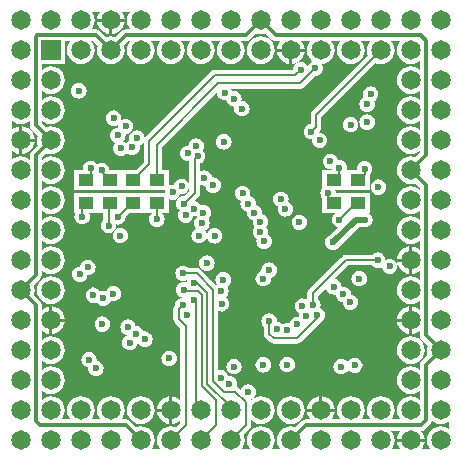
<source format=gbl>
G04 Layer_Physical_Order=4*
G04 Layer_Color=16711680*
%FSLAX44Y44*%
%MOMM*%
G71*
G01*
G75*
%ADD10R,1.3000X1.0000*%
%ADD16C,0.5000*%
%ADD17C,0.2000*%
%ADD18C,0.3000*%
%ADD19C,1.6510*%
%ADD20R,1.6510X1.6510*%
%ADD21C,0.6000*%
G36*
X-170098Y88800D02*
X-169710Y86849D01*
X-168605Y85195D01*
X-163509Y80099D01*
X-163852Y79269D01*
X-164256Y76200D01*
X-163852Y73131D01*
X-163508Y72301D01*
X-168605Y67205D01*
X-169710Y65551D01*
X-170098Y63600D01*
Y59707D01*
X-171872Y61068D01*
X-174731Y62252D01*
X-177800Y62656D01*
X-180869Y62252D01*
X-183728Y61068D01*
X-185000Y60092D01*
Y66908D01*
X-183728Y65932D01*
X-180869Y64748D01*
X-179050Y64508D01*
Y76200D01*
Y87892D01*
X-180869Y87652D01*
X-183728Y86468D01*
X-185000Y85492D01*
Y92308D01*
X-183728Y91332D01*
X-180869Y90148D01*
X-177800Y89744D01*
X-174731Y90148D01*
X-171872Y91332D01*
X-170098Y92693D01*
Y88800D01*
D02*
G37*
G36*
X22331Y166348D02*
X25400Y165944D01*
X28469Y166348D01*
X29299Y166691D01*
X34595Y161395D01*
X36249Y160290D01*
X38200Y159902D01*
X41740D01*
X40532Y158328D01*
X39348Y155469D01*
X39108Y153650D01*
X62492D01*
X62252Y155469D01*
X61068Y158328D01*
X59861Y159902D01*
X67140D01*
X65932Y158328D01*
X64748Y155469D01*
X64344Y152400D01*
X64748Y149331D01*
X65932Y146472D01*
X67816Y144016D01*
X69091Y143038D01*
X68222Y142678D01*
X66864Y141636D01*
X65822Y140278D01*
X65168Y138698D01*
X64928Y139278D01*
X63886Y140636D01*
X62528Y141678D01*
X60947Y142333D01*
X59250Y142556D01*
X57553Y142333D01*
X55972Y141678D01*
X54614Y140636D01*
X53572Y139278D01*
X52917Y137697D01*
X52694Y136000D01*
X52702Y135940D01*
X52600Y135838D01*
X-13250D01*
X-15006Y135489D01*
X-16494Y134494D01*
X-72244Y78744D01*
X-72993Y77623D01*
X-72944Y78000D01*
X-73167Y79697D01*
X-73822Y81278D01*
X-74864Y82636D01*
X-76222Y83678D01*
X-77803Y84333D01*
X-79500Y84556D01*
X-81197Y84333D01*
X-82778Y83678D01*
X-84136Y82636D01*
X-85178Y81278D01*
X-85833Y79697D01*
X-86056Y78000D01*
X-85835Y76318D01*
X-86778Y75928D01*
X-88136Y74886D01*
X-88796Y74025D01*
X-89972Y74928D01*
X-91132Y75408D01*
X-90864Y75614D01*
X-89822Y76972D01*
X-89167Y78553D01*
X-88944Y80250D01*
X-89103Y81458D01*
X-89000Y81444D01*
X-87303Y81667D01*
X-85722Y82322D01*
X-84364Y83364D01*
X-83322Y84722D01*
X-82667Y86303D01*
X-82444Y88000D01*
X-82667Y89697D01*
X-83322Y91278D01*
X-84364Y92636D01*
X-85722Y93678D01*
X-87303Y94333D01*
X-89000Y94556D01*
X-90697Y94333D01*
X-92278Y93678D01*
X-92988Y93133D01*
X-92917Y93303D01*
X-92694Y95000D01*
X-92917Y96697D01*
X-93572Y98278D01*
X-94614Y99636D01*
X-95972Y100678D01*
X-97553Y101333D01*
X-99250Y101556D01*
X-100947Y101333D01*
X-102528Y100678D01*
X-103886Y99636D01*
X-104928Y98278D01*
X-105583Y96697D01*
X-105806Y95000D01*
X-105583Y93303D01*
X-104928Y91722D01*
X-103886Y90364D01*
X-102528Y89322D01*
X-100947Y88667D01*
X-99250Y88444D01*
X-97553Y88667D01*
X-95972Y89322D01*
X-95262Y89867D01*
X-95333Y89697D01*
X-95556Y88000D01*
X-95397Y86792D01*
X-95500Y86806D01*
X-97197Y86583D01*
X-98778Y85928D01*
X-100136Y84886D01*
X-101178Y83528D01*
X-101833Y81947D01*
X-102056Y80250D01*
X-101833Y78553D01*
X-101178Y76972D01*
X-100136Y75614D01*
X-98778Y74572D01*
X-97618Y74092D01*
X-97886Y73886D01*
X-98928Y72528D01*
X-99583Y70947D01*
X-99806Y69250D01*
X-99583Y67553D01*
X-98928Y65972D01*
X-97886Y64614D01*
X-96528Y63572D01*
X-94947Y62917D01*
X-93250Y62694D01*
X-91553Y62917D01*
X-89972Y63572D01*
X-88614Y64614D01*
X-87954Y65475D01*
X-86778Y64572D01*
X-85197Y63917D01*
X-83500Y63694D01*
X-81803Y63917D01*
X-80222Y64572D01*
X-78864Y65614D01*
X-77822Y66972D01*
X-77167Y68553D01*
X-76944Y70250D01*
X-77165Y71932D01*
X-76222Y72322D01*
X-74864Y73364D01*
X-73822Y74722D01*
X-73588Y75287D01*
Y57651D01*
X-80489Y50750D01*
X-102694D01*
X-102917Y52447D01*
X-103572Y54028D01*
X-104614Y55386D01*
X-105972Y56428D01*
X-107553Y57083D01*
X-109250Y57306D01*
X-110947Y57083D01*
X-112528Y56428D01*
X-113027Y56045D01*
X-113864Y57136D01*
X-115222Y58178D01*
X-116803Y58833D01*
X-118500Y59056D01*
X-120197Y58833D01*
X-121778Y58178D01*
X-123136Y57136D01*
X-124178Y55778D01*
X-124832Y54197D01*
X-125056Y52500D01*
X-124832Y50803D01*
X-124810Y50750D01*
X-132500D01*
Y33750D01*
X-55609D01*
X-55806Y32250D01*
X-55674Y31250D01*
X-132500D01*
Y14250D01*
X-131646D01*
X-132083Y13197D01*
X-132306Y11500D01*
X-132083Y9803D01*
X-131428Y8222D01*
X-130386Y6864D01*
X-129028Y5822D01*
X-127447Y5167D01*
X-125750Y4944D01*
X-124053Y5167D01*
X-122472Y5822D01*
X-121114Y6864D01*
X-120072Y8222D01*
X-119417Y9803D01*
X-119194Y11500D01*
X-119417Y13197D01*
X-119854Y14250D01*
X-108088D01*
Y8672D01*
X-108136Y8636D01*
X-109178Y7278D01*
X-109833Y5697D01*
X-110056Y4000D01*
X-109833Y2303D01*
X-109178Y722D01*
X-108136Y-636D01*
X-106778Y-1678D01*
X-105197Y-2333D01*
X-103500Y-2556D01*
X-101803Y-2333D01*
X-100222Y-1678D01*
X-98864Y-636D01*
X-97822Y722D01*
X-97167Y2303D01*
X-96944Y4000D01*
X-97063Y4900D01*
X-95500Y4694D01*
X-93803Y4917D01*
X-92222Y5572D01*
X-90864Y6614D01*
X-89822Y7972D01*
X-89167Y9553D01*
X-88944Y11250D01*
X-88952Y11310D01*
X-86011Y14250D01*
X-67088D01*
Y13922D01*
X-67136Y13886D01*
X-68178Y12528D01*
X-68833Y10947D01*
X-69056Y9250D01*
X-68833Y7553D01*
X-68178Y5972D01*
X-67136Y4614D01*
X-65778Y3572D01*
X-64197Y2917D01*
X-62500Y2694D01*
X-60803Y2917D01*
X-59222Y3572D01*
X-57864Y4614D01*
X-56822Y5972D01*
X-56167Y7553D01*
X-55944Y9250D01*
X-56167Y10947D01*
X-56822Y12528D01*
X-57864Y13886D01*
X-57912Y13922D01*
Y14250D01*
X-52500D01*
Y26561D01*
X-50947Y25917D01*
X-49250Y25694D01*
X-47553Y25917D01*
X-45972Y26572D01*
X-44614Y27614D01*
X-43572Y28972D01*
X-42917Y30553D01*
X-42875Y30875D01*
X-41500Y30694D01*
X-39803Y30917D01*
X-38222Y31572D01*
X-36864Y32614D01*
X-35822Y33972D01*
X-35167Y35553D01*
X-35088Y36154D01*
Y33400D01*
X-39690Y28798D01*
X-39750Y28806D01*
X-41447Y28583D01*
X-43028Y27928D01*
X-44386Y26886D01*
X-45428Y25528D01*
X-46083Y23947D01*
X-46306Y22250D01*
X-46083Y20553D01*
X-45428Y18972D01*
X-44386Y17614D01*
X-43331Y16805D01*
X-43928Y16028D01*
X-44583Y14447D01*
X-44806Y12750D01*
X-44583Y11053D01*
X-43928Y9472D01*
X-42886Y8114D01*
X-41528Y7072D01*
X-39947Y6417D01*
X-38250Y6194D01*
X-36553Y6417D01*
X-34972Y7072D01*
X-33614Y8114D01*
X-32572Y9472D01*
X-31917Y11053D01*
X-31827Y11737D01*
X-31500Y11694D01*
X-29803Y11917D01*
X-29125Y12198D01*
X-28928Y11722D01*
X-28480Y11139D01*
X-29136Y10636D01*
X-30178Y9278D01*
X-30833Y7697D01*
X-31056Y6000D01*
X-30833Y4303D01*
X-30178Y2722D01*
X-29242Y1503D01*
X-30028Y1178D01*
X-31386Y136D01*
X-32428Y-1222D01*
X-33083Y-2803D01*
X-33306Y-4500D01*
X-33083Y-6197D01*
X-32428Y-7778D01*
X-31386Y-9136D01*
X-30028Y-10178D01*
X-28447Y-10833D01*
X-26750Y-11056D01*
X-25053Y-10833D01*
X-23472Y-10178D01*
X-22114Y-9136D01*
X-21072Y-7778D01*
X-20417Y-6197D01*
X-20266Y-5051D01*
X-20083Y-6447D01*
X-19428Y-8028D01*
X-18386Y-9386D01*
X-17028Y-10428D01*
X-15447Y-11083D01*
X-13750Y-11306D01*
X-12053Y-11083D01*
X-10472Y-10428D01*
X-9114Y-9386D01*
X-8072Y-8028D01*
X-7417Y-6447D01*
X-7194Y-4750D01*
X-7417Y-3053D01*
X-8072Y-1472D01*
X-9114Y-114D01*
X-10472Y928D01*
X-12053Y1583D01*
X-13750Y1806D01*
X-15447Y1583D01*
X-17028Y928D01*
X-18386Y-114D01*
X-19428Y-1472D01*
X-20083Y-3053D01*
X-20234Y-4199D01*
X-20417Y-2803D01*
X-21072Y-1222D01*
X-22008Y-3D01*
X-21222Y322D01*
X-19864Y1364D01*
X-18822Y2722D01*
X-18167Y4303D01*
X-17944Y6000D01*
X-18167Y7697D01*
X-18822Y9278D01*
X-19270Y9861D01*
X-18614Y10364D01*
X-17572Y11722D01*
X-16917Y13303D01*
X-16694Y15000D01*
X-16917Y16697D01*
X-17572Y18278D01*
X-18614Y19636D01*
X-19972Y20678D01*
X-21553Y21333D01*
X-23250Y21556D01*
X-24947Y21333D01*
X-25625Y21052D01*
X-25822Y21528D01*
X-26864Y22886D01*
X-28222Y23928D01*
X-29803Y24583D01*
X-30798Y24714D01*
X-27256Y28256D01*
X-26261Y29744D01*
X-25912Y31500D01*
Y38675D01*
X-25778Y38572D01*
X-24197Y37917D01*
X-22500Y37694D01*
X-21500Y37826D01*
X-21333Y36553D01*
X-20678Y34972D01*
X-19636Y33614D01*
X-18278Y32572D01*
X-16697Y31917D01*
X-15000Y31694D01*
X-13303Y31917D01*
X-11722Y32572D01*
X-10364Y33614D01*
X-9322Y34972D01*
X-8667Y36553D01*
X-8444Y38250D01*
X-8667Y39947D01*
X-9322Y41528D01*
X-10364Y42886D01*
X-11722Y43928D01*
X-13303Y44583D01*
X-15000Y44806D01*
X-16000Y44675D01*
X-16167Y45947D01*
X-16822Y47528D01*
X-17864Y48886D01*
X-19222Y49928D01*
X-20803Y50583D01*
X-22500Y50806D01*
X-24197Y50583D01*
X-25778Y49928D01*
X-25912Y49825D01*
Y56579D01*
X-24722Y57072D01*
X-23364Y58114D01*
X-22322Y59472D01*
X-21667Y61053D01*
X-21444Y62750D01*
X-21667Y64447D01*
X-22322Y66028D01*
X-23364Y67386D01*
X-23778Y67704D01*
X-23572Y67972D01*
X-22917Y69553D01*
X-22694Y71250D01*
X-22917Y72947D01*
X-23572Y74528D01*
X-24614Y75886D01*
X-25972Y76928D01*
X-27553Y77583D01*
X-29250Y77806D01*
X-30947Y77583D01*
X-32528Y76928D01*
X-33886Y75886D01*
X-34928Y74528D01*
X-35583Y72947D01*
X-35778Y71461D01*
X-36500Y71556D01*
X-38197Y71333D01*
X-39778Y70678D01*
X-41136Y69636D01*
X-42178Y68278D01*
X-42833Y66697D01*
X-43056Y65000D01*
X-42833Y63303D01*
X-42178Y61722D01*
X-41136Y60364D01*
X-39778Y59322D01*
X-38197Y58667D01*
X-36500Y58444D01*
X-35088Y58630D01*
Y38345D01*
X-35167Y38947D01*
X-35822Y40528D01*
X-36864Y41886D01*
X-38222Y42928D01*
X-39803Y43583D01*
X-41500Y43806D01*
X-43197Y43583D01*
X-44778Y42928D01*
X-46136Y41886D01*
X-47178Y40528D01*
X-47833Y38947D01*
X-47875Y38625D01*
X-49250Y38806D01*
X-50947Y38583D01*
X-52500Y37939D01*
Y50750D01*
X-57912D01*
Y70600D01*
X-11775Y116736D01*
X-11806Y116500D01*
X-11583Y114803D01*
X-10928Y113222D01*
X-9886Y111864D01*
X-8528Y110822D01*
X-6947Y110167D01*
X-5250Y109944D01*
X-3662Y110153D01*
X-3583Y109553D01*
X-2928Y107972D01*
X-1886Y106614D01*
X-528Y105572D01*
X1053Y104917D01*
X2750Y104694D01*
X3190Y104752D01*
X3167Y104697D01*
X2944Y103000D01*
X3167Y101303D01*
X3822Y99722D01*
X4864Y98364D01*
X6222Y97322D01*
X7803Y96667D01*
X9500Y96444D01*
X11197Y96667D01*
X12778Y97322D01*
X14136Y98364D01*
X15178Y99722D01*
X15833Y101303D01*
X16056Y103000D01*
X15833Y104697D01*
X15178Y106278D01*
X14136Y107636D01*
X12778Y108678D01*
X11197Y109333D01*
X9500Y109556D01*
X9060Y109498D01*
X9083Y109553D01*
X9306Y111250D01*
X9083Y112947D01*
X8428Y114528D01*
X7386Y115886D01*
X6028Y116928D01*
X4447Y117583D01*
X2750Y117806D01*
X1162Y117597D01*
X1083Y118197D01*
X428Y119778D01*
X325Y119912D01*
X59000D01*
X60756Y120261D01*
X62244Y121256D01*
X71440Y130452D01*
X71500Y130444D01*
X73197Y130667D01*
X74778Y131322D01*
X76136Y132364D01*
X77178Y133722D01*
X77833Y135303D01*
X78056Y137000D01*
X77833Y138697D01*
X77178Y140278D01*
X76903Y140636D01*
X79269Y140948D01*
X82128Y142132D01*
X84584Y144016D01*
X86468Y146472D01*
X87652Y149331D01*
X88056Y152400D01*
X87652Y155469D01*
X86468Y158328D01*
X85260Y159902D01*
X92540D01*
X91332Y158328D01*
X90148Y155469D01*
X89744Y152400D01*
X90148Y149331D01*
X91332Y146472D01*
X93216Y144016D01*
X95672Y142132D01*
X98531Y140948D01*
X101600Y140544D01*
X104669Y140948D01*
X107528Y142132D01*
X109984Y144016D01*
X111868Y146472D01*
X113052Y149331D01*
X113456Y152400D01*
X113052Y155469D01*
X111868Y158328D01*
X110660Y159902D01*
X117940D01*
X116732Y158328D01*
X115548Y155469D01*
X115144Y152400D01*
X115548Y149331D01*
X116103Y147991D01*
X68906Y100795D01*
X67911Y99306D01*
X67562Y97550D01*
Y89965D01*
X66553Y89833D01*
X64972Y89178D01*
X63614Y88136D01*
X62572Y86778D01*
X61917Y85197D01*
X61694Y83500D01*
X61917Y81803D01*
X62572Y80222D01*
X63614Y78864D01*
X64972Y77822D01*
X66553Y77167D01*
X68250Y76944D01*
X68828Y77020D01*
X68694Y76000D01*
X68917Y74303D01*
X69572Y72722D01*
X70614Y71364D01*
X71972Y70322D01*
X73553Y69667D01*
X75250Y69444D01*
X76947Y69667D01*
X78528Y70322D01*
X79886Y71364D01*
X80928Y72722D01*
X81583Y74303D01*
X81806Y76000D01*
X81583Y77697D01*
X80928Y79278D01*
X79886Y80636D01*
X78528Y81678D01*
X76947Y82333D01*
X75250Y82556D01*
X74672Y82480D01*
X74806Y83500D01*
X74798Y83560D01*
X75395Y84156D01*
X76389Y85644D01*
X76738Y87400D01*
Y95650D01*
X122591Y141503D01*
X123931Y140948D01*
X127000Y140544D01*
X130069Y140948D01*
X132928Y142132D01*
X135384Y144016D01*
X137268Y146472D01*
X138452Y149331D01*
X138856Y152400D01*
X138452Y155469D01*
X137268Y158328D01*
X136060Y159902D01*
X143340D01*
X142132Y158328D01*
X140948Y155469D01*
X140544Y152400D01*
X140948Y149331D01*
X142132Y146472D01*
X144016Y144016D01*
X146472Y142132D01*
X149331Y140948D01*
X152400Y140544D01*
X155469Y140948D01*
X158328Y142132D01*
X160152Y143532D01*
Y135868D01*
X158328Y137268D01*
X155469Y138452D01*
X152400Y138856D01*
X149331Y138452D01*
X146472Y137268D01*
X144016Y135384D01*
X142132Y132928D01*
X140948Y130069D01*
X140544Y127000D01*
X140948Y123931D01*
X142132Y121072D01*
X144016Y118616D01*
X146472Y116732D01*
X149331Y115548D01*
X152400Y115144D01*
X155469Y115548D01*
X158328Y116732D01*
X160152Y118132D01*
Y110468D01*
X158328Y111868D01*
X155469Y113052D01*
X152400Y113456D01*
X149331Y113052D01*
X146472Y111868D01*
X144016Y109984D01*
X142132Y107528D01*
X140948Y104669D01*
X140544Y101600D01*
X140948Y98531D01*
X142132Y95672D01*
X144016Y93216D01*
X146472Y91332D01*
X149331Y90148D01*
X152400Y89744D01*
X155469Y90148D01*
X158328Y91332D01*
X160152Y92732D01*
Y85068D01*
X158328Y86468D01*
X155469Y87652D01*
X152400Y88056D01*
X149331Y87652D01*
X146472Y86468D01*
X144016Y84584D01*
X142132Y82128D01*
X140948Y79269D01*
X140544Y76200D01*
X140948Y73131D01*
X142132Y70272D01*
X144016Y67816D01*
X146472Y65932D01*
X149331Y64748D01*
X152400Y64344D01*
X155469Y64748D01*
X158328Y65932D01*
X160152Y67332D01*
Y65762D01*
X156299Y61908D01*
X155469Y62252D01*
X152400Y62656D01*
X149331Y62252D01*
X146472Y61068D01*
X144016Y59184D01*
X142132Y56728D01*
X140948Y53869D01*
X140544Y50800D01*
X140948Y47731D01*
X142132Y44872D01*
X144016Y42416D01*
X146472Y40532D01*
X149331Y39348D01*
X152400Y38944D01*
X155469Y39348D01*
X156299Y39691D01*
X160152Y35838D01*
Y34268D01*
X158328Y35668D01*
X155469Y36852D01*
X152400Y37256D01*
X149331Y36852D01*
X146472Y35668D01*
X144016Y33784D01*
X142132Y31328D01*
X140948Y28469D01*
X140544Y25400D01*
X140948Y22331D01*
X142132Y19472D01*
X144016Y17016D01*
X146472Y15132D01*
X149331Y13948D01*
X152400Y13544D01*
X155469Y13948D01*
X158328Y15132D01*
X160152Y16532D01*
Y8868D01*
X158328Y10268D01*
X155469Y11452D01*
X152400Y11856D01*
X149331Y11452D01*
X146472Y10268D01*
X144016Y8384D01*
X142132Y5928D01*
X140948Y3069D01*
X140544Y0D01*
X140948Y-3069D01*
X142132Y-5928D01*
X144016Y-8384D01*
X146472Y-10268D01*
X149331Y-11452D01*
X152400Y-11856D01*
X155469Y-11452D01*
X158328Y-10268D01*
X160152Y-8868D01*
Y-16532D01*
X158328Y-15132D01*
X155469Y-13948D01*
X153650Y-13708D01*
Y-25400D01*
Y-37092D01*
X155469Y-36852D01*
X158328Y-35668D01*
X160152Y-34268D01*
Y-41932D01*
X158328Y-40532D01*
X155469Y-39348D01*
X152400Y-38944D01*
X149331Y-39348D01*
X146472Y-40532D01*
X144016Y-42416D01*
X142132Y-44872D01*
X140948Y-47731D01*
X140544Y-50800D01*
X140948Y-53869D01*
X142132Y-56728D01*
X144016Y-59184D01*
X146472Y-61068D01*
X149331Y-62252D01*
X152400Y-62656D01*
X155469Y-62252D01*
X158328Y-61068D01*
X160152Y-59668D01*
Y-67332D01*
X158328Y-65932D01*
X155469Y-64748D01*
X153650Y-64508D01*
Y-76200D01*
Y-87892D01*
X155469Y-87652D01*
X158328Y-86468D01*
X160152Y-85068D01*
Y-89051D01*
X160540Y-91001D01*
X161645Y-92655D01*
X166691Y-97701D01*
X166348Y-98531D01*
X165944Y-101600D01*
X166348Y-104669D01*
X166691Y-105499D01*
X161395Y-110795D01*
X160290Y-112449D01*
X159902Y-114400D01*
Y-117940D01*
X158328Y-116732D01*
X155469Y-115548D01*
X152400Y-115144D01*
X149331Y-115548D01*
X146472Y-116732D01*
X144016Y-118616D01*
X142132Y-121072D01*
X140948Y-123931D01*
X140544Y-127000D01*
X140948Y-130069D01*
X142132Y-132928D01*
X144016Y-135384D01*
X146472Y-137268D01*
X149331Y-138452D01*
X152400Y-138856D01*
X155469Y-138452D01*
X158328Y-137268D01*
X159902Y-136060D01*
Y-143340D01*
X158328Y-142132D01*
X155469Y-140948D01*
X152400Y-140544D01*
X149331Y-140948D01*
X146472Y-142132D01*
X144016Y-144016D01*
X142132Y-146472D01*
X140948Y-149331D01*
X140544Y-152400D01*
X140948Y-155469D01*
X142132Y-158328D01*
X143340Y-159902D01*
X136060D01*
X137268Y-158328D01*
X138452Y-155469D01*
X138856Y-152400D01*
X138452Y-149331D01*
X137268Y-146472D01*
X135384Y-144016D01*
X132928Y-142132D01*
X130069Y-140948D01*
X127000Y-140544D01*
X123931Y-140948D01*
X121072Y-142132D01*
X118616Y-144016D01*
X116732Y-146472D01*
X115548Y-149331D01*
X115144Y-152400D01*
X115548Y-155469D01*
X116732Y-158328D01*
X117940Y-159902D01*
X110660D01*
X111868Y-158328D01*
X113052Y-155469D01*
X113456Y-152400D01*
X113052Y-149331D01*
X111868Y-146472D01*
X109984Y-144016D01*
X107528Y-142132D01*
X104669Y-140948D01*
X101600Y-140544D01*
X98531Y-140948D01*
X95672Y-142132D01*
X93216Y-144016D01*
X91332Y-146472D01*
X90148Y-149331D01*
X89744Y-152400D01*
X90148Y-155469D01*
X91332Y-158328D01*
X92540Y-159902D01*
X85260D01*
X86468Y-158328D01*
X87652Y-155469D01*
X87892Y-153650D01*
X64508D01*
X64748Y-155469D01*
X65932Y-158328D01*
X67140Y-159902D01*
X63600D01*
X61649Y-160290D01*
X59995Y-161395D01*
X54699Y-166691D01*
X53869Y-166348D01*
X50800Y-165944D01*
X47731Y-166348D01*
X44872Y-167532D01*
X42416Y-169416D01*
X40532Y-171872D01*
X39348Y-174731D01*
X38944Y-177800D01*
X39348Y-180869D01*
X40532Y-183728D01*
X41508Y-185000D01*
X34692D01*
X35668Y-183728D01*
X36852Y-180869D01*
X37256Y-177800D01*
X36852Y-174731D01*
X35668Y-171872D01*
X33784Y-169416D01*
X31328Y-167532D01*
X28469Y-166348D01*
X25400Y-165944D01*
X22331Y-166348D01*
X19472Y-167532D01*
X17016Y-169416D01*
X15132Y-171872D01*
X13948Y-174731D01*
X13544Y-177800D01*
X13948Y-180869D01*
X15132Y-183728D01*
X16108Y-185000D01*
X9292D01*
X10268Y-183728D01*
X11452Y-180869D01*
X11856Y-177800D01*
X11452Y-174731D01*
X10897Y-173391D01*
X15744Y-168544D01*
X16739Y-167056D01*
X17088Y-165300D01*
Y-160839D01*
X19472Y-162668D01*
X22331Y-163852D01*
X25400Y-164256D01*
X28469Y-163852D01*
X31328Y-162668D01*
X33784Y-160784D01*
X35668Y-158328D01*
X36852Y-155469D01*
X37256Y-152400D01*
X36852Y-149331D01*
X35668Y-146472D01*
X33784Y-144016D01*
X31328Y-142132D01*
X28469Y-140948D01*
X25400Y-140544D01*
X22331Y-140948D01*
X19472Y-142132D01*
X17016Y-144016D01*
X16799Y-144299D01*
X16739Y-143994D01*
X16309Y-143351D01*
X16447Y-143333D01*
X18028Y-142678D01*
X19386Y-141636D01*
X20428Y-140278D01*
X21083Y-138697D01*
X21306Y-137000D01*
X21083Y-135303D01*
X20428Y-133722D01*
X19386Y-132364D01*
X18028Y-131322D01*
X16447Y-130667D01*
X14750Y-130444D01*
X13053Y-130667D01*
X11472Y-131322D01*
X10114Y-132364D01*
X9072Y-133722D01*
X8454Y-135215D01*
X6994Y-133756D01*
X5506Y-132761D01*
X4708Y-132602D01*
X5083Y-131697D01*
X5306Y-130000D01*
X5083Y-128303D01*
X4428Y-126722D01*
X3386Y-125364D01*
X2028Y-124322D01*
X447Y-123667D01*
X-1250Y-123444D01*
X-2101Y-123556D01*
X-2167Y-123053D01*
X-2822Y-121472D01*
X-3864Y-120114D01*
X-5222Y-119072D01*
X-6803Y-118417D01*
X-8500Y-118194D01*
X-10197Y-118417D01*
X-10412Y-118506D01*
Y-68183D01*
X-9447Y-68583D01*
X-7750Y-68806D01*
X-6053Y-68583D01*
X-4472Y-67928D01*
X-3114Y-66886D01*
X-2072Y-65528D01*
X-1417Y-63947D01*
X-1194Y-62250D01*
X-1417Y-60553D01*
X-2072Y-58972D01*
X-3114Y-57614D01*
X-4390Y-56635D01*
X-3739Y-56136D01*
X-2697Y-54778D01*
X-2042Y-53197D01*
X-1819Y-51500D01*
X-2042Y-49803D01*
X-2697Y-48222D01*
X-3155Y-47626D01*
X-1864Y-46636D01*
X-822Y-45278D01*
X-167Y-43697D01*
X56Y-42000D01*
X-167Y-40303D01*
X-822Y-38722D01*
X-1864Y-37364D01*
X-3222Y-36322D01*
X-4803Y-35667D01*
X-6500Y-35444D01*
X-8197Y-35667D01*
X-9778Y-36322D01*
X-11136Y-37364D01*
X-12178Y-38722D01*
X-12833Y-40303D01*
X-13056Y-42000D01*
X-12833Y-43697D01*
X-12178Y-45278D01*
X-11720Y-45874D01*
X-12381Y-46381D01*
X-25506Y-33256D01*
X-26994Y-32261D01*
X-28750Y-31912D01*
X-35578D01*
X-35614Y-31864D01*
X-36972Y-30822D01*
X-38553Y-30167D01*
X-40250Y-29944D01*
X-41947Y-30167D01*
X-43528Y-30822D01*
X-44886Y-31864D01*
X-45928Y-33222D01*
X-46583Y-34803D01*
X-46806Y-36500D01*
X-46583Y-38197D01*
X-45928Y-39778D01*
X-44886Y-41136D01*
X-43528Y-42178D01*
X-41947Y-42833D01*
X-40250Y-43056D01*
X-38553Y-42833D01*
X-37220Y-42280D01*
X-37333Y-42553D01*
X-37556Y-44250D01*
X-37524Y-44490D01*
X-38303Y-44167D01*
X-40000Y-43944D01*
X-41697Y-44167D01*
X-43278Y-44822D01*
X-44636Y-45864D01*
X-45678Y-47222D01*
X-46333Y-48803D01*
X-46556Y-50500D01*
X-46333Y-52197D01*
X-45678Y-53778D01*
X-44636Y-55136D01*
X-43278Y-56178D01*
X-41697Y-56833D01*
X-40801Y-56951D01*
X-42447Y-57167D01*
X-44028Y-57822D01*
X-45386Y-58864D01*
X-46428Y-60222D01*
X-47083Y-61803D01*
X-47306Y-63500D01*
X-47295Y-63582D01*
X-48239Y-64994D01*
X-48588Y-66750D01*
Y-75000D01*
X-48239Y-76756D01*
X-47244Y-78244D01*
X-42588Y-82900D01*
Y-143884D01*
X-44872Y-142132D01*
X-47731Y-140948D01*
X-49550Y-140708D01*
Y-152400D01*
Y-164092D01*
X-47731Y-163852D01*
X-44872Y-162668D01*
X-42588Y-160916D01*
Y-163099D01*
X-46391Y-166903D01*
X-47731Y-166348D01*
X-50800Y-165944D01*
X-53869Y-166348D01*
X-56728Y-167532D01*
X-59184Y-169416D01*
X-61068Y-171872D01*
X-62252Y-174731D01*
X-62656Y-177800D01*
X-62252Y-180869D01*
X-61068Y-183728D01*
X-60092Y-185000D01*
X-66908D01*
X-65932Y-183728D01*
X-64748Y-180869D01*
X-64344Y-177800D01*
X-64748Y-174731D01*
X-65932Y-171872D01*
X-67816Y-169416D01*
X-70272Y-167532D01*
X-73131Y-166348D01*
X-76200Y-165944D01*
X-79269Y-166348D01*
X-80099Y-166692D01*
X-85146Y-161645D01*
X-86799Y-160540D01*
X-88750Y-160152D01*
X-92732D01*
X-91332Y-158328D01*
X-90148Y-155469D01*
X-89744Y-152400D01*
X-90148Y-149331D01*
X-91332Y-146472D01*
X-93216Y-144016D01*
X-95672Y-142132D01*
X-98531Y-140948D01*
X-101600Y-140544D01*
X-104669Y-140948D01*
X-107528Y-142132D01*
X-109984Y-144016D01*
X-111868Y-146472D01*
X-113052Y-149331D01*
X-113456Y-152400D01*
X-113052Y-155469D01*
X-111868Y-158328D01*
X-110469Y-160152D01*
X-118132D01*
X-116732Y-158328D01*
X-115548Y-155469D01*
X-115144Y-152400D01*
X-115548Y-149331D01*
X-116732Y-146472D01*
X-118616Y-144016D01*
X-121072Y-142132D01*
X-123931Y-140948D01*
X-127000Y-140544D01*
X-130069Y-140948D01*
X-132928Y-142132D01*
X-135384Y-144016D01*
X-137268Y-146472D01*
X-138452Y-149331D01*
X-138856Y-152400D01*
X-138452Y-155469D01*
X-137268Y-158328D01*
X-135869Y-160152D01*
X-143532D01*
X-142132Y-158328D01*
X-140948Y-155469D01*
X-140544Y-152400D01*
X-140948Y-149331D01*
X-142132Y-146472D01*
X-144016Y-144016D01*
X-146472Y-142132D01*
X-149331Y-140948D01*
X-152400Y-140544D01*
X-155469Y-140948D01*
X-158328Y-142132D01*
X-159902Y-143340D01*
Y-136060D01*
X-158328Y-137268D01*
X-155469Y-138452D01*
X-152400Y-138856D01*
X-149331Y-138452D01*
X-146472Y-137268D01*
X-144016Y-135384D01*
X-142132Y-132928D01*
X-140948Y-130069D01*
X-140544Y-127000D01*
X-140948Y-123931D01*
X-142132Y-121072D01*
X-144016Y-118616D01*
X-146472Y-116732D01*
X-149331Y-115548D01*
X-152400Y-115144D01*
X-155469Y-115548D01*
X-158328Y-116732D01*
X-159902Y-117940D01*
Y-110660D01*
X-158328Y-111868D01*
X-155469Y-113052D01*
X-152400Y-113456D01*
X-149331Y-113052D01*
X-146472Y-111868D01*
X-144016Y-109984D01*
X-142132Y-107528D01*
X-140948Y-104669D01*
X-140544Y-101600D01*
X-140948Y-98531D01*
X-142132Y-95672D01*
X-144016Y-93216D01*
X-146472Y-91332D01*
X-149331Y-90148D01*
X-152400Y-89744D01*
X-155469Y-90148D01*
X-158328Y-91332D01*
X-159902Y-92540D01*
Y-85260D01*
X-158328Y-86468D01*
X-155469Y-87652D01*
X-153650Y-87892D01*
Y-76200D01*
Y-64508D01*
X-155469Y-64748D01*
X-158328Y-65932D01*
X-159902Y-67140D01*
Y-63600D01*
X-160290Y-61649D01*
X-161395Y-59995D01*
X-166692Y-54699D01*
X-166348Y-53869D01*
X-165944Y-50800D01*
X-166348Y-47731D01*
X-166691Y-46901D01*
X-161395Y-41605D01*
X-160290Y-39951D01*
X-159902Y-38000D01*
Y-34460D01*
X-158328Y-35668D01*
X-155469Y-36852D01*
X-152400Y-37256D01*
X-149331Y-36852D01*
X-146472Y-35668D01*
X-144016Y-33784D01*
X-142132Y-31328D01*
X-140948Y-28469D01*
X-140544Y-25400D01*
X-140948Y-22331D01*
X-142132Y-19472D01*
X-144016Y-17016D01*
X-146472Y-15132D01*
X-149331Y-13948D01*
X-152400Y-13544D01*
X-155469Y-13948D01*
X-158328Y-15132D01*
X-159902Y-16340D01*
Y-9060D01*
X-158328Y-10268D01*
X-155469Y-11452D01*
X-152400Y-11856D01*
X-149331Y-11452D01*
X-146472Y-10268D01*
X-144016Y-8384D01*
X-142132Y-5928D01*
X-140948Y-3069D01*
X-140544Y0D01*
X-140948Y3069D01*
X-142132Y5928D01*
X-144016Y8384D01*
X-146472Y10268D01*
X-149331Y11452D01*
X-152400Y11856D01*
X-155469Y11452D01*
X-158328Y10268D01*
X-159902Y9060D01*
Y16340D01*
X-158328Y15132D01*
X-155469Y13948D01*
X-152400Y13544D01*
X-149331Y13948D01*
X-146472Y15132D01*
X-144016Y17016D01*
X-142132Y19472D01*
X-140948Y22331D01*
X-140544Y25400D01*
X-140948Y28469D01*
X-142132Y31328D01*
X-144016Y33784D01*
X-146472Y35668D01*
X-149331Y36852D01*
X-152400Y37256D01*
X-155469Y36852D01*
X-158328Y35668D01*
X-159902Y34460D01*
Y41740D01*
X-158328Y40532D01*
X-155469Y39348D01*
X-152400Y38944D01*
X-149331Y39348D01*
X-146472Y40532D01*
X-144016Y42416D01*
X-142132Y44872D01*
X-140948Y47731D01*
X-140544Y50800D01*
X-140948Y53869D01*
X-142132Y56728D01*
X-144016Y59184D01*
X-146472Y61068D01*
X-149331Y62252D01*
X-152400Y62656D01*
X-155469Y62252D01*
X-158328Y61068D01*
X-159902Y59860D01*
Y61488D01*
X-156299Y65092D01*
X-155469Y64748D01*
X-152400Y64344D01*
X-149331Y64748D01*
X-146472Y65932D01*
X-144016Y67816D01*
X-142132Y70272D01*
X-140948Y73131D01*
X-140544Y76200D01*
X-140948Y79269D01*
X-142132Y82128D01*
X-144016Y84584D01*
X-146472Y86468D01*
X-149331Y87652D01*
X-152400Y88056D01*
X-155469Y87652D01*
X-156299Y87308D01*
X-159902Y90911D01*
Y92540D01*
X-158328Y91332D01*
X-155469Y90148D01*
X-152400Y89744D01*
X-149331Y90148D01*
X-146472Y91332D01*
X-144016Y93216D01*
X-142132Y95672D01*
X-140948Y98531D01*
X-140544Y101600D01*
X-140948Y104669D01*
X-142132Y107528D01*
X-144016Y109984D01*
X-146472Y111868D01*
X-149331Y113052D01*
X-152400Y113456D01*
X-155469Y113052D01*
X-158328Y111868D01*
X-159902Y110660D01*
Y117940D01*
X-158328Y116732D01*
X-155469Y115548D01*
X-152400Y115144D01*
X-149331Y115548D01*
X-146472Y116732D01*
X-144016Y118616D01*
X-142132Y121072D01*
X-140948Y123931D01*
X-140544Y127000D01*
X-140948Y130069D01*
X-142132Y132928D01*
X-144016Y135384D01*
X-146472Y137268D01*
X-149331Y138452D01*
X-152400Y138856D01*
X-155469Y138452D01*
X-158328Y137268D01*
X-159902Y136060D01*
Y140645D01*
X-140645D01*
Y159902D01*
X-136060D01*
X-137268Y158328D01*
X-138452Y155469D01*
X-138856Y152400D01*
X-138452Y149331D01*
X-137268Y146472D01*
X-135384Y144016D01*
X-132928Y142132D01*
X-130069Y140948D01*
X-127000Y140544D01*
X-123931Y140948D01*
X-121072Y142132D01*
X-118616Y144016D01*
X-116732Y146472D01*
X-115548Y149331D01*
X-115144Y152400D01*
X-115548Y155469D01*
X-116732Y158328D01*
X-117940Y159902D01*
X-116312D01*
X-112709Y156299D01*
X-113052Y155469D01*
X-113456Y152400D01*
X-113052Y149331D01*
X-111868Y146472D01*
X-109984Y144016D01*
X-107528Y142132D01*
X-104669Y140948D01*
X-101600Y140544D01*
X-98531Y140948D01*
X-95672Y142132D01*
X-93216Y144016D01*
X-91332Y146472D01*
X-90148Y149331D01*
X-89744Y152400D01*
X-90148Y155469D01*
X-90492Y156299D01*
X-86889Y159902D01*
X-85260D01*
X-86468Y158328D01*
X-87652Y155469D01*
X-88056Y152400D01*
X-87652Y149331D01*
X-86468Y146472D01*
X-84584Y144016D01*
X-82128Y142132D01*
X-79269Y140948D01*
X-76200Y140544D01*
X-73131Y140948D01*
X-70272Y142132D01*
X-67816Y144016D01*
X-65932Y146472D01*
X-64748Y149331D01*
X-64344Y152400D01*
X-64748Y155469D01*
X-65932Y158328D01*
X-67140Y159902D01*
X-59861D01*
X-61068Y158328D01*
X-62252Y155469D01*
X-62656Y152400D01*
X-62252Y149331D01*
X-61068Y146472D01*
X-59184Y144016D01*
X-56728Y142132D01*
X-53869Y140948D01*
X-50800Y140544D01*
X-47731Y140948D01*
X-44872Y142132D01*
X-42416Y144016D01*
X-40532Y146472D01*
X-39348Y149331D01*
X-38944Y152400D01*
X-39348Y155469D01*
X-40532Y158328D01*
X-41740Y159902D01*
X-34460D01*
X-35668Y158328D01*
X-36852Y155469D01*
X-37256Y152400D01*
X-36852Y149331D01*
X-35668Y146472D01*
X-33784Y144016D01*
X-31328Y142132D01*
X-28469Y140948D01*
X-25400Y140544D01*
X-22331Y140948D01*
X-19472Y142132D01*
X-17016Y144016D01*
X-15132Y146472D01*
X-13948Y149331D01*
X-13544Y152400D01*
X-13948Y155469D01*
X-15132Y158328D01*
X-16339Y159902D01*
X-9061D01*
X-10268Y158328D01*
X-11452Y155469D01*
X-11856Y152400D01*
X-11452Y149331D01*
X-10268Y146472D01*
X-8384Y144016D01*
X-5928Y142132D01*
X-3069Y140948D01*
X0Y140544D01*
X3069Y140948D01*
X5928Y142132D01*
X8384Y144016D01*
X10268Y146472D01*
X11452Y149331D01*
X11856Y152400D01*
X11452Y155469D01*
X10268Y158328D01*
X9061Y159902D01*
X12600D01*
X14551Y160290D01*
X16205Y161395D01*
X21501Y166691D01*
X22331Y166348D01*
D02*
G37*
G36*
X-86468Y183728D02*
X-87652Y180869D01*
X-88056Y177800D01*
X-87652Y174731D01*
X-86468Y171872D01*
X-85107Y170098D01*
X-89000D01*
X-90951Y169710D01*
X-92605Y168605D01*
X-97701Y163508D01*
X-98531Y163852D01*
X-101600Y164256D01*
X-104669Y163852D01*
X-105499Y163508D01*
X-110595Y168605D01*
X-112249Y169710D01*
X-114200Y170098D01*
X-118093D01*
X-116732Y171872D01*
X-115548Y174731D01*
X-115144Y177800D01*
X-115548Y180869D01*
X-116732Y183728D01*
X-117708Y185000D01*
X-110892D01*
X-111868Y183728D01*
X-113052Y180869D01*
X-113292Y179050D01*
X-89908D01*
X-90148Y180869D01*
X-91332Y183728D01*
X-92308Y185000D01*
X-85492D01*
X-86468Y183728D01*
D02*
G37*
G36*
X171872Y-162668D02*
X174731Y-163852D01*
X177800Y-164256D01*
X180869Y-163852D01*
X183728Y-162668D01*
X185000Y-161692D01*
Y-168508D01*
X183728Y-167532D01*
X180869Y-166348D01*
X177800Y-165944D01*
X174731Y-166348D01*
X171872Y-167532D01*
X169416Y-169416D01*
X167532Y-171872D01*
X166348Y-174731D01*
X165944Y-177800D01*
X166348Y-180869D01*
X167532Y-183728D01*
X168508Y-185000D01*
X161692D01*
X162668Y-183728D01*
X163852Y-180869D01*
X164092Y-179050D01*
X140708D01*
X140948Y-180869D01*
X142132Y-183728D01*
X143108Y-185000D01*
X136292D01*
X137268Y-183728D01*
X138452Y-180869D01*
X138856Y-177800D01*
X138452Y-174731D01*
X137268Y-171872D01*
X135907Y-170098D01*
X143493D01*
X142132Y-171872D01*
X140948Y-174731D01*
X140708Y-176550D01*
X164092D01*
X163852Y-174731D01*
X162668Y-171872D01*
X161266Y-170045D01*
X162951Y-169710D01*
X164605Y-168605D01*
X168605Y-164605D01*
X169710Y-162951D01*
X169774Y-162627D01*
X170045Y-161266D01*
X171872Y-162668D01*
D02*
G37*
%LPC*%
G36*
X-176550Y87892D02*
Y77450D01*
X-166108D01*
X-166348Y79269D01*
X-167532Y82128D01*
X-169416Y84584D01*
X-171872Y86468D01*
X-174731Y87652D01*
X-176550Y87892D01*
D02*
G37*
G36*
X-166108Y74950D02*
X-176550D01*
Y64508D01*
X-174731Y64748D01*
X-171872Y65932D01*
X-169416Y67816D01*
X-167532Y70272D01*
X-166348Y73131D01*
X-166108Y74950D01*
D02*
G37*
G36*
X151150Y-77450D02*
X140708D01*
X140948Y-79269D01*
X142132Y-82128D01*
X144016Y-84584D01*
X146472Y-86468D01*
X149331Y-87652D01*
X151150Y-87892D01*
Y-77450D01*
D02*
G37*
G36*
X-140708D02*
X-151150D01*
Y-87892D01*
X-149331Y-87652D01*
X-146472Y-86468D01*
X-144016Y-84584D01*
X-142132Y-82128D01*
X-140948Y-79269D01*
X-140708Y-77450D01*
D02*
G37*
G36*
X152400Y-89744D02*
X149331Y-90148D01*
X146472Y-91332D01*
X144016Y-93216D01*
X142132Y-95672D01*
X140948Y-98531D01*
X140544Y-101600D01*
X140948Y-104669D01*
X142132Y-107528D01*
X144016Y-109984D01*
X146472Y-111868D01*
X149331Y-113052D01*
X152400Y-113456D01*
X155469Y-113052D01*
X158328Y-111868D01*
X160784Y-109984D01*
X162668Y-107528D01*
X163852Y-104669D01*
X164256Y-101600D01*
X163852Y-98531D01*
X162668Y-95672D01*
X160784Y-93216D01*
X158328Y-91332D01*
X155469Y-90148D01*
X152400Y-89744D01*
D02*
G37*
G36*
X105000Y-107944D02*
X103303Y-108167D01*
X101722Y-108822D01*
X100364Y-109864D01*
X99322Y-111222D01*
X99003Y-111994D01*
X98136Y-110864D01*
X96778Y-109822D01*
X95197Y-109167D01*
X93500Y-108944D01*
X91803Y-109167D01*
X90222Y-109822D01*
X88864Y-110864D01*
X87822Y-112222D01*
X87167Y-113803D01*
X86944Y-115500D01*
X87167Y-117197D01*
X87822Y-118778D01*
X88864Y-120136D01*
X90222Y-121178D01*
X91803Y-121833D01*
X93500Y-122056D01*
X95197Y-121833D01*
X96778Y-121178D01*
X98136Y-120136D01*
X99178Y-118778D01*
X99497Y-118006D01*
X100364Y-119136D01*
X101722Y-120178D01*
X103303Y-120833D01*
X105000Y-121056D01*
X106697Y-120833D01*
X108278Y-120178D01*
X109636Y-119136D01*
X110678Y-117778D01*
X111333Y-116197D01*
X111556Y-114500D01*
X111333Y-112803D01*
X110678Y-111222D01*
X109636Y-109864D01*
X108278Y-108822D01*
X106697Y-108167D01*
X105000Y-107944D01*
D02*
G37*
G36*
X-87000Y-75444D02*
X-88697Y-75667D01*
X-90278Y-76322D01*
X-91636Y-77364D01*
X-92678Y-78722D01*
X-93333Y-80303D01*
X-93556Y-82000D01*
X-93333Y-83697D01*
X-92678Y-85278D01*
X-91636Y-86636D01*
X-90278Y-87678D01*
X-88697Y-88333D01*
X-87000Y-88556D01*
X-86705Y-88517D01*
X-86662Y-88847D01*
X-87197Y-88917D01*
X-88778Y-89572D01*
X-90136Y-90614D01*
X-91178Y-91972D01*
X-91833Y-93553D01*
X-92056Y-95250D01*
X-91833Y-96947D01*
X-91178Y-98528D01*
X-90136Y-99886D01*
X-88778Y-100928D01*
X-87197Y-101583D01*
X-85500Y-101806D01*
X-83803Y-101583D01*
X-82222Y-100928D01*
X-80864Y-99886D01*
X-79822Y-98528D01*
X-79167Y-96947D01*
X-78944Y-95250D01*
X-79088Y-94153D01*
X-79002Y-94142D01*
X-78428Y-95528D01*
X-77386Y-96886D01*
X-76028Y-97928D01*
X-74447Y-98583D01*
X-72750Y-98806D01*
X-71053Y-98583D01*
X-69472Y-97928D01*
X-68114Y-96886D01*
X-67072Y-95528D01*
X-66417Y-93947D01*
X-66194Y-92250D01*
X-66417Y-90553D01*
X-67072Y-88972D01*
X-68114Y-87614D01*
X-69472Y-86572D01*
X-71053Y-85917D01*
X-72750Y-85694D01*
X-73998Y-85858D01*
X-74572Y-84472D01*
X-75614Y-83114D01*
X-76972Y-82072D01*
X-78553Y-81417D01*
X-80250Y-81194D01*
X-80545Y-81233D01*
X-80667Y-80303D01*
X-81322Y-78722D01*
X-82364Y-77364D01*
X-83722Y-76322D01*
X-85303Y-75667D01*
X-87000Y-75444D01*
D02*
G37*
G36*
X-152400Y-38944D02*
X-155469Y-39348D01*
X-158328Y-40532D01*
X-160784Y-42416D01*
X-162668Y-44872D01*
X-163852Y-47731D01*
X-164256Y-50800D01*
X-163852Y-53869D01*
X-162668Y-56728D01*
X-160784Y-59184D01*
X-158328Y-61068D01*
X-155469Y-62252D01*
X-152400Y-62656D01*
X-149331Y-62252D01*
X-146472Y-61068D01*
X-144016Y-59184D01*
X-142132Y-56728D01*
X-140948Y-53869D01*
X-140544Y-50800D01*
X-140948Y-47731D01*
X-142132Y-44872D01*
X-144016Y-42416D01*
X-146472Y-40532D01*
X-149331Y-39348D01*
X-152400Y-38944D01*
D02*
G37*
G36*
X-99500Y-47194D02*
X-101197Y-47417D01*
X-102778Y-48072D01*
X-104136Y-49114D01*
X-105178Y-50472D01*
X-105640Y-51588D01*
X-106053Y-51417D01*
X-107750Y-51194D01*
X-109447Y-51417D01*
X-110515Y-51860D01*
X-110572Y-51722D01*
X-111614Y-50364D01*
X-112972Y-49322D01*
X-114553Y-48667D01*
X-116250Y-48444D01*
X-117947Y-48667D01*
X-119528Y-49322D01*
X-120886Y-50364D01*
X-121928Y-51722D01*
X-122583Y-53303D01*
X-122806Y-55000D01*
X-122583Y-56697D01*
X-121928Y-58278D01*
X-120886Y-59636D01*
X-119528Y-60678D01*
X-117947Y-61333D01*
X-116250Y-61556D01*
X-114553Y-61333D01*
X-113485Y-60890D01*
X-113428Y-61028D01*
X-112386Y-62386D01*
X-111028Y-63428D01*
X-109447Y-64083D01*
X-107750Y-64306D01*
X-106053Y-64083D01*
X-104472Y-63428D01*
X-103114Y-62386D01*
X-102072Y-61028D01*
X-101610Y-59912D01*
X-101197Y-60083D01*
X-99500Y-60306D01*
X-97803Y-60083D01*
X-96222Y-59428D01*
X-94864Y-58386D01*
X-93822Y-57028D01*
X-93167Y-55447D01*
X-92944Y-53750D01*
X-93167Y-52053D01*
X-93822Y-50472D01*
X-94864Y-49114D01*
X-96222Y-48072D01*
X-97803Y-47417D01*
X-99500Y-47194D01*
D02*
G37*
G36*
X32500Y-27194D02*
X30803Y-27417D01*
X29222Y-28072D01*
X27864Y-29114D01*
X26822Y-30472D01*
X26167Y-32053D01*
X25944Y-33750D01*
X26060Y-34634D01*
X25803Y-34667D01*
X24222Y-35322D01*
X22864Y-36364D01*
X21822Y-37722D01*
X21167Y-39303D01*
X20944Y-41000D01*
X21167Y-42697D01*
X21822Y-44278D01*
X22864Y-45636D01*
X24222Y-46678D01*
X25803Y-47333D01*
X27500Y-47556D01*
X29197Y-47333D01*
X30778Y-46678D01*
X32136Y-45636D01*
X33178Y-44278D01*
X33833Y-42697D01*
X34056Y-41000D01*
X33940Y-40117D01*
X34197Y-40083D01*
X35778Y-39428D01*
X37136Y-38386D01*
X38178Y-37028D01*
X38833Y-35447D01*
X39056Y-33750D01*
X38833Y-32053D01*
X38178Y-30472D01*
X37136Y-29114D01*
X35778Y-28072D01*
X34197Y-27417D01*
X32500Y-27194D01*
D02*
G37*
G36*
X-108750Y-72944D02*
X-110447Y-73167D01*
X-112028Y-73822D01*
X-113386Y-74864D01*
X-114428Y-76222D01*
X-115083Y-77803D01*
X-115306Y-79500D01*
X-115083Y-81197D01*
X-114428Y-82778D01*
X-113386Y-84136D01*
X-112028Y-85178D01*
X-110447Y-85833D01*
X-108750Y-86056D01*
X-107053Y-85833D01*
X-105472Y-85178D01*
X-104114Y-84136D01*
X-103072Y-82778D01*
X-102417Y-81197D01*
X-102194Y-79500D01*
X-102417Y-77803D01*
X-103072Y-76222D01*
X-104114Y-74864D01*
X-105472Y-73822D01*
X-107053Y-73167D01*
X-108750Y-72944D01*
D02*
G37*
G36*
X-151150Y-64508D02*
Y-74950D01*
X-140708D01*
X-140948Y-73131D01*
X-142132Y-70272D01*
X-144016Y-67816D01*
X-146472Y-65932D01*
X-149331Y-64748D01*
X-151150Y-64508D01*
D02*
G37*
G36*
X151150D02*
X149331Y-64748D01*
X146472Y-65932D01*
X144016Y-67816D01*
X142132Y-70272D01*
X140948Y-73131D01*
X140708Y-74950D01*
X151150D01*
Y-64508D01*
D02*
G37*
G36*
X-52050Y-140708D02*
X-53869Y-140948D01*
X-56728Y-142132D01*
X-59184Y-144016D01*
X-61068Y-146472D01*
X-62252Y-149331D01*
X-62492Y-151150D01*
X-52050D01*
Y-140708D01*
D02*
G37*
G36*
X74950D02*
X73131Y-140948D01*
X70272Y-142132D01*
X67816Y-144016D01*
X65932Y-146472D01*
X64748Y-149331D01*
X64508Y-151150D01*
X74950D01*
Y-140708D01*
D02*
G37*
G36*
X-52050Y-153650D02*
X-62492D01*
X-62252Y-155469D01*
X-61068Y-158328D01*
X-59184Y-160784D01*
X-56728Y-162668D01*
X-53869Y-163852D01*
X-52050Y-164092D01*
Y-153650D01*
D02*
G37*
G36*
X-76200Y-140544D02*
X-79269Y-140948D01*
X-82128Y-142132D01*
X-84584Y-144016D01*
X-86468Y-146472D01*
X-87652Y-149331D01*
X-88056Y-152400D01*
X-87652Y-155469D01*
X-86468Y-158328D01*
X-84584Y-160784D01*
X-82128Y-162668D01*
X-79269Y-163852D01*
X-76200Y-164256D01*
X-73131Y-163852D01*
X-70272Y-162668D01*
X-67816Y-160784D01*
X-65932Y-158328D01*
X-64748Y-155469D01*
X-64344Y-152400D01*
X-64748Y-149331D01*
X-65932Y-146472D01*
X-67816Y-144016D01*
X-70272Y-142132D01*
X-73131Y-140948D01*
X-76200Y-140544D01*
D02*
G37*
G36*
X50800D02*
X47731Y-140948D01*
X44872Y-142132D01*
X42416Y-144016D01*
X40532Y-146472D01*
X39348Y-149331D01*
X38944Y-152400D01*
X39348Y-155469D01*
X40532Y-158328D01*
X42416Y-160784D01*
X44872Y-162668D01*
X47731Y-163852D01*
X50800Y-164256D01*
X53869Y-163852D01*
X56728Y-162668D01*
X59184Y-160784D01*
X61068Y-158328D01*
X62252Y-155469D01*
X62656Y-152400D01*
X62252Y-149331D01*
X61068Y-146472D01*
X59184Y-144016D01*
X56728Y-142132D01*
X53869Y-140948D01*
X50800Y-140544D01*
D02*
G37*
G36*
X77450Y-140708D02*
Y-151150D01*
X87892D01*
X87652Y-149331D01*
X86468Y-146472D01*
X84584Y-144016D01*
X82128Y-142132D01*
X79269Y-140948D01*
X77450Y-140708D01*
D02*
G37*
G36*
X47750Y-107194D02*
X46053Y-107417D01*
X44472Y-108072D01*
X43114Y-109114D01*
X42072Y-110472D01*
X41417Y-112053D01*
X41194Y-113750D01*
X41417Y-115447D01*
X42072Y-117028D01*
X43114Y-118386D01*
X44472Y-119428D01*
X46053Y-120083D01*
X47750Y-120306D01*
X49447Y-120083D01*
X51028Y-119428D01*
X52386Y-118386D01*
X53428Y-117028D01*
X54083Y-115447D01*
X54306Y-113750D01*
X54083Y-112053D01*
X53428Y-110472D01*
X52386Y-109114D01*
X51028Y-108072D01*
X49447Y-107417D01*
X47750Y-107194D01*
D02*
G37*
G36*
X-52250Y-101944D02*
X-53947Y-102167D01*
X-55528Y-102822D01*
X-56886Y-103864D01*
X-57928Y-105222D01*
X-58583Y-106803D01*
X-58806Y-108500D01*
X-58583Y-110197D01*
X-57928Y-111778D01*
X-56886Y-113136D01*
X-55528Y-114178D01*
X-53947Y-114833D01*
X-52250Y-115056D01*
X-50553Y-114833D01*
X-48972Y-114178D01*
X-47614Y-113136D01*
X-46572Y-111778D01*
X-45917Y-110197D01*
X-45694Y-108500D01*
X-45917Y-106803D01*
X-46572Y-105222D01*
X-47614Y-103864D01*
X-48972Y-102822D01*
X-50553Y-102167D01*
X-52250Y-101944D01*
D02*
G37*
G36*
X27500Y-107444D02*
X25803Y-107667D01*
X24222Y-108322D01*
X22864Y-109364D01*
X21822Y-110722D01*
X21167Y-112303D01*
X20944Y-114000D01*
X21167Y-115697D01*
X21822Y-117278D01*
X22864Y-118636D01*
X24222Y-119678D01*
X25803Y-120333D01*
X27500Y-120556D01*
X29197Y-120333D01*
X30778Y-119678D01*
X32136Y-118636D01*
X33178Y-117278D01*
X33833Y-115697D01*
X34056Y-114000D01*
X33833Y-112303D01*
X33178Y-110722D01*
X32136Y-109364D01*
X30778Y-108322D01*
X29197Y-107667D01*
X27500Y-107444D01*
D02*
G37*
G36*
X-120000Y-102944D02*
X-121697Y-103167D01*
X-123278Y-103822D01*
X-124636Y-104864D01*
X-125678Y-106222D01*
X-126333Y-107803D01*
X-126556Y-109500D01*
X-126333Y-111197D01*
X-125678Y-112778D01*
X-124636Y-114136D01*
X-123278Y-115178D01*
X-121697Y-115833D01*
X-120670Y-115968D01*
X-120806Y-117000D01*
X-120583Y-118697D01*
X-119928Y-120278D01*
X-118886Y-121636D01*
X-117528Y-122678D01*
X-115947Y-123333D01*
X-114250Y-123556D01*
X-112553Y-123333D01*
X-110972Y-122678D01*
X-109614Y-121636D01*
X-108572Y-120278D01*
X-107917Y-118697D01*
X-107694Y-117000D01*
X-107917Y-115303D01*
X-108572Y-113722D01*
X-109614Y-112364D01*
X-110972Y-111322D01*
X-112553Y-110667D01*
X-113580Y-110532D01*
X-113444Y-109500D01*
X-113667Y-107803D01*
X-114322Y-106222D01*
X-115364Y-104864D01*
X-116722Y-103822D01*
X-118303Y-103167D01*
X-120000Y-102944D01*
D02*
G37*
G36*
X2750Y-108944D02*
X1053Y-109167D01*
X-528Y-109822D01*
X-1886Y-110864D01*
X-2928Y-112222D01*
X-3583Y-113803D01*
X-3806Y-115500D01*
X-3583Y-117197D01*
X-2928Y-118778D01*
X-1886Y-120136D01*
X-528Y-121178D01*
X1053Y-121833D01*
X2750Y-122056D01*
X4447Y-121833D01*
X6028Y-121178D01*
X7386Y-120136D01*
X8428Y-118778D01*
X9083Y-117197D01*
X9306Y-115500D01*
X9083Y-113803D01*
X8428Y-112222D01*
X7386Y-110864D01*
X6028Y-109822D01*
X4447Y-109167D01*
X2750Y-108944D01*
D02*
G37*
G36*
X108750Y-34444D02*
X107053Y-34667D01*
X105472Y-35322D01*
X104114Y-36364D01*
X103072Y-37722D01*
X102417Y-39303D01*
X102194Y-41000D01*
X102417Y-42697D01*
X103072Y-44278D01*
X104114Y-45636D01*
X105472Y-46678D01*
X107053Y-47333D01*
X108750Y-47556D01*
X110447Y-47333D01*
X112028Y-46678D01*
X113386Y-45636D01*
X114428Y-44278D01*
X115083Y-42697D01*
X115306Y-41000D01*
X115083Y-39303D01*
X114428Y-37722D01*
X113386Y-36364D01*
X112028Y-35322D01*
X110447Y-34667D01*
X108750Y-34444D01*
D02*
G37*
G36*
X115500Y98056D02*
X113803Y97833D01*
X112222Y97178D01*
X110864Y96136D01*
X109822Y94778D01*
X109167Y93197D01*
X108944Y91500D01*
X109167Y89803D01*
X109822Y88222D01*
X110864Y86864D01*
X112222Y85822D01*
X113803Y85167D01*
X115500Y84944D01*
X117197Y85167D01*
X118778Y85822D01*
X120136Y86864D01*
X121178Y88222D01*
X121833Y89803D01*
X122056Y91500D01*
X121833Y93197D01*
X121178Y94778D01*
X120136Y96136D01*
X118778Y97178D01*
X117197Y97833D01*
X115500Y98056D01*
D02*
G37*
G36*
X118500Y121806D02*
X116803Y121583D01*
X115222Y120928D01*
X113864Y119886D01*
X112822Y118528D01*
X112167Y116947D01*
X111944Y115250D01*
X112167Y113553D01*
X112573Y112573D01*
X112222Y112428D01*
X110864Y111386D01*
X109822Y110028D01*
X109167Y108447D01*
X108944Y106750D01*
X109167Y105053D01*
X109822Y103472D01*
X110864Y102114D01*
X112222Y101072D01*
X113803Y100417D01*
X115500Y100194D01*
X117197Y100417D01*
X118778Y101072D01*
X120136Y102114D01*
X121178Y103472D01*
X121833Y105053D01*
X122056Y106750D01*
X121833Y108447D01*
X121427Y109427D01*
X121778Y109572D01*
X123136Y110614D01*
X124178Y111972D01*
X124833Y113553D01*
X125056Y115250D01*
X124833Y116947D01*
X124178Y118528D01*
X123136Y119886D01*
X121778Y120928D01*
X120197Y121583D01*
X118500Y121806D01*
D02*
G37*
G36*
X101600Y95906D02*
X99903Y95683D01*
X98322Y95028D01*
X96964Y93986D01*
X95922Y92628D01*
X95267Y91047D01*
X95044Y89350D01*
X95267Y87653D01*
X95922Y86072D01*
X96964Y84714D01*
X98322Y83672D01*
X99903Y83017D01*
X101600Y82794D01*
X103297Y83017D01*
X104878Y83672D01*
X106236Y84714D01*
X107277Y86072D01*
X107933Y87653D01*
X108156Y89350D01*
X107933Y91047D01*
X107277Y92628D01*
X106236Y93986D01*
X104878Y95028D01*
X103297Y95683D01*
X101600Y95906D01*
D02*
G37*
G36*
X-5750Y81306D02*
X-7447Y81083D01*
X-9028Y80428D01*
X-10386Y79386D01*
X-11428Y78028D01*
X-12083Y76447D01*
X-12306Y74750D01*
X-12083Y73053D01*
X-11428Y71472D01*
X-10386Y70114D01*
X-9028Y69072D01*
X-7447Y68417D01*
X-5750Y68194D01*
X-4053Y68417D01*
X-2472Y69072D01*
X-1114Y70114D01*
X-72Y71472D01*
X583Y73053D01*
X806Y74750D01*
X583Y76447D01*
X-72Y78028D01*
X-1114Y79386D01*
X-2472Y80428D01*
X-4053Y81083D01*
X-5750Y81306D01*
D02*
G37*
G36*
X-128500Y124556D02*
X-130197Y124333D01*
X-131778Y123678D01*
X-133136Y122636D01*
X-134178Y121278D01*
X-134833Y119697D01*
X-135056Y118000D01*
X-134833Y116303D01*
X-134178Y114722D01*
X-133136Y113364D01*
X-131778Y112322D01*
X-130197Y111667D01*
X-128500Y111444D01*
X-126803Y111667D01*
X-125222Y112322D01*
X-123864Y113364D01*
X-122822Y114722D01*
X-122167Y116303D01*
X-121944Y118000D01*
X-122167Y119697D01*
X-122822Y121278D01*
X-123864Y122636D01*
X-125222Y123678D01*
X-126803Y124333D01*
X-128500Y124556D01*
D02*
G37*
G36*
X62492Y151150D02*
X52050D01*
Y140708D01*
X53869Y140948D01*
X56728Y142132D01*
X59184Y144016D01*
X61068Y146472D01*
X62252Y149331D01*
X62492Y151150D01*
D02*
G37*
G36*
X25400Y164256D02*
X22331Y163852D01*
X19472Y162668D01*
X17016Y160784D01*
X15132Y158328D01*
X13948Y155469D01*
X13544Y152400D01*
X13948Y149331D01*
X15132Y146472D01*
X17016Y144016D01*
X19472Y142132D01*
X22331Y140948D01*
X25400Y140544D01*
X28469Y140948D01*
X31328Y142132D01*
X33784Y144016D01*
X35668Y146472D01*
X36852Y149331D01*
X37256Y152400D01*
X36852Y155469D01*
X35668Y158328D01*
X33784Y160784D01*
X31328Y162668D01*
X28469Y163852D01*
X25400Y164256D01*
D02*
G37*
G36*
X49550Y151150D02*
X39108D01*
X39348Y149331D01*
X40532Y146472D01*
X42416Y144016D01*
X44872Y142132D01*
X47731Y140948D01*
X49550Y140708D01*
Y151150D01*
D02*
G37*
G36*
X-121006Y-24945D02*
X-122703Y-25169D01*
X-124284Y-25824D01*
X-125642Y-26866D01*
X-126684Y-28224D01*
X-127339Y-29805D01*
X-127461Y-30732D01*
X-127750Y-30694D01*
X-129447Y-30917D01*
X-131028Y-31572D01*
X-132386Y-32614D01*
X-133428Y-33972D01*
X-134083Y-35553D01*
X-134306Y-37250D01*
X-134083Y-38947D01*
X-133428Y-40528D01*
X-132386Y-41886D01*
X-131028Y-42928D01*
X-129447Y-43583D01*
X-127750Y-43806D01*
X-126053Y-43583D01*
X-124472Y-42928D01*
X-123114Y-41886D01*
X-122072Y-40528D01*
X-121417Y-38947D01*
X-121295Y-38019D01*
X-121006Y-38058D01*
X-119309Y-37834D01*
X-117728Y-37179D01*
X-116370Y-36137D01*
X-115328Y-34780D01*
X-114673Y-33198D01*
X-114450Y-31502D01*
X-114673Y-29805D01*
X-115328Y-28224D01*
X-116370Y-26866D01*
X-117728Y-25824D01*
X-119309Y-25169D01*
X-121006Y-24945D01*
D02*
G37*
G36*
X151150Y-13708D02*
X149331Y-13948D01*
X146472Y-15132D01*
X144016Y-17016D01*
X142132Y-19472D01*
X140948Y-22331D01*
X140708Y-24150D01*
X151150D01*
Y-13708D01*
D02*
G37*
G36*
X-20250Y-21194D02*
X-21947Y-21417D01*
X-23528Y-22072D01*
X-24886Y-23114D01*
X-25928Y-24472D01*
X-26583Y-26053D01*
X-26806Y-27750D01*
X-26583Y-29447D01*
X-25928Y-31028D01*
X-24886Y-32386D01*
X-23528Y-33428D01*
X-21947Y-34083D01*
X-20250Y-34306D01*
X-18553Y-34083D01*
X-16972Y-33428D01*
X-15614Y-32386D01*
X-14572Y-31028D01*
X-13917Y-29447D01*
X-13694Y-27750D01*
X-13917Y-26053D01*
X-14572Y-24472D01*
X-15614Y-23114D01*
X-16972Y-22072D01*
X-18553Y-21417D01*
X-20250Y-21194D01*
D02*
G37*
G36*
X151150Y-26650D02*
X140708D01*
X140948Y-28469D01*
X142132Y-31328D01*
X144016Y-33784D01*
X146472Y-35668D01*
X149331Y-36852D01*
X151150Y-37092D01*
Y-26650D01*
D02*
G37*
G36*
X124500Y-18694D02*
X122803Y-18917D01*
X121222Y-19572D01*
X119864Y-20614D01*
X119828Y-20662D01*
X97610D01*
X95854Y-21011D01*
X94366Y-22006D01*
X66256Y-50116D01*
X65261Y-51604D01*
X64912Y-53360D01*
Y-58828D01*
X64864Y-58864D01*
X64695Y-59084D01*
X64028Y-58572D01*
X62447Y-57917D01*
X60750Y-57694D01*
X59053Y-57917D01*
X57472Y-58572D01*
X56114Y-59614D01*
X55072Y-60972D01*
X54417Y-62553D01*
X54194Y-64250D01*
X54417Y-65947D01*
X55072Y-67528D01*
X56114Y-68886D01*
X57472Y-69928D01*
X58125Y-70198D01*
X57667Y-71303D01*
X57444Y-73000D01*
X57491Y-73357D01*
X56250Y-73194D01*
X54553Y-73417D01*
X52972Y-74072D01*
X51614Y-75114D01*
X50572Y-76472D01*
X49917Y-78053D01*
X49861Y-78485D01*
X49697Y-78417D01*
X48000Y-78194D01*
X46303Y-78417D01*
X44722Y-79072D01*
X43897Y-79705D01*
X43636Y-79364D01*
X42278Y-78322D01*
X40697Y-77667D01*
X39000Y-77444D01*
X38998Y-77444D01*
X39056Y-77000D01*
X38833Y-75303D01*
X38178Y-73722D01*
X37136Y-72364D01*
X35778Y-71322D01*
X34197Y-70667D01*
X32500Y-70444D01*
X30803Y-70667D01*
X29222Y-71322D01*
X27864Y-72364D01*
X26822Y-73722D01*
X26167Y-75303D01*
X25944Y-77000D01*
X26167Y-78697D01*
X26822Y-80278D01*
X27864Y-81636D01*
X27912Y-81672D01*
Y-87500D01*
X28261Y-89256D01*
X29256Y-90744D01*
X33256Y-94744D01*
X34744Y-95739D01*
X36500Y-96088D01*
X56000D01*
X57756Y-95739D01*
X59244Y-94744D01*
X76494Y-77494D01*
X76550Y-77411D01*
X77886Y-76386D01*
X78928Y-75028D01*
X79583Y-73447D01*
X79806Y-71750D01*
X79583Y-70053D01*
X78928Y-68472D01*
X77886Y-67114D01*
X76528Y-66072D01*
X75625Y-65698D01*
X75833Y-65197D01*
X76056Y-63500D01*
X75833Y-61803D01*
X75178Y-60222D01*
X74136Y-58864D01*
X74088Y-58828D01*
Y-55261D01*
X80770Y-48579D01*
X80917Y-49697D01*
X81572Y-51278D01*
X82614Y-52636D01*
X83972Y-53678D01*
X85553Y-54333D01*
X87250Y-54556D01*
X88709Y-54364D01*
X88917Y-55947D01*
X89572Y-57528D01*
X90614Y-58886D01*
X91972Y-59928D01*
X93553Y-60583D01*
X94728Y-60737D01*
X94694Y-61000D01*
X94917Y-62697D01*
X95572Y-64278D01*
X96614Y-65636D01*
X97972Y-66678D01*
X99553Y-67333D01*
X101250Y-67556D01*
X102947Y-67333D01*
X104528Y-66678D01*
X105886Y-65636D01*
X106928Y-64278D01*
X107583Y-62697D01*
X107806Y-61000D01*
X107583Y-59303D01*
X106928Y-57722D01*
X105886Y-56364D01*
X104528Y-55322D01*
X102947Y-54667D01*
X101771Y-54513D01*
X101806Y-54250D01*
X101583Y-52553D01*
X100928Y-50972D01*
X99886Y-49614D01*
X98528Y-48572D01*
X96947Y-47917D01*
X95250Y-47694D01*
X93791Y-47886D01*
X93583Y-46303D01*
X92928Y-44722D01*
X91886Y-43364D01*
X90528Y-42322D01*
X88947Y-41667D01*
X87829Y-41520D01*
X99511Y-29838D01*
X119828D01*
X119864Y-29886D01*
X121222Y-30928D01*
X122803Y-31583D01*
X124500Y-31806D01*
X126197Y-31583D01*
X127778Y-30928D01*
X127980Y-30773D01*
X128167Y-32197D01*
X128822Y-33778D01*
X129864Y-35136D01*
X131222Y-36178D01*
X132803Y-36833D01*
X134500Y-37056D01*
X136197Y-36833D01*
X137778Y-36178D01*
X139136Y-35136D01*
X140178Y-33778D01*
X140833Y-32197D01*
X141056Y-30500D01*
X140833Y-28803D01*
X140178Y-27222D01*
X139136Y-25864D01*
X137778Y-24822D01*
X136197Y-24167D01*
X134500Y-23944D01*
X132803Y-24167D01*
X131222Y-24822D01*
X131020Y-24977D01*
X130833Y-23553D01*
X130178Y-21972D01*
X129136Y-20614D01*
X127778Y-19572D01*
X126197Y-18917D01*
X124500Y-18694D01*
D02*
G37*
G36*
X10000Y37806D02*
X8303Y37583D01*
X6722Y36928D01*
X5364Y35886D01*
X4322Y34528D01*
X3667Y32947D01*
X3444Y31250D01*
X3667Y29553D01*
X4322Y27972D01*
X5364Y26614D01*
X6722Y25572D01*
X8303Y24917D01*
X8793Y24853D01*
X8417Y23947D01*
X8194Y22250D01*
X8417Y20553D01*
X9072Y18972D01*
X10114Y17614D01*
X11472Y16572D01*
X13053Y15917D01*
X13557Y15851D01*
X13445Y15001D01*
X13668Y13304D01*
X14323Y11723D01*
X15365Y10365D01*
X16723Y9323D01*
X18304Y8668D01*
X18625Y8626D01*
X18444Y7250D01*
X18667Y5553D01*
X19322Y3972D01*
X20068Y3000D01*
X19322Y2028D01*
X18667Y447D01*
X18444Y-1250D01*
X18667Y-2947D01*
X19322Y-4528D01*
X20364Y-5886D01*
X21722Y-6928D01*
X22198Y-7125D01*
X21917Y-7803D01*
X21694Y-9500D01*
X21917Y-11197D01*
X22572Y-12778D01*
X23614Y-14136D01*
X24972Y-15178D01*
X26553Y-15833D01*
X28250Y-16056D01*
X29947Y-15833D01*
X31528Y-15178D01*
X32886Y-14136D01*
X33928Y-12778D01*
X34583Y-11197D01*
X34806Y-9500D01*
X34583Y-7803D01*
X33928Y-6222D01*
X32886Y-4864D01*
X31528Y-3822D01*
X31052Y-3625D01*
X31333Y-2947D01*
X31556Y-1250D01*
X31333Y447D01*
X30678Y2028D01*
X29932Y3000D01*
X30678Y3972D01*
X31333Y5553D01*
X31556Y7250D01*
X31333Y8947D01*
X30678Y10528D01*
X29636Y11886D01*
X28278Y12928D01*
X26697Y13583D01*
X26376Y13625D01*
X26557Y15001D01*
X26334Y16698D01*
X25679Y18279D01*
X24637Y19637D01*
X23279Y20678D01*
X21698Y21333D01*
X21194Y21400D01*
X21306Y22250D01*
X21083Y23947D01*
X20428Y25528D01*
X19386Y26886D01*
X18028Y27928D01*
X16447Y28583D01*
X15957Y28647D01*
X16333Y29553D01*
X16556Y31250D01*
X16333Y32947D01*
X15678Y34528D01*
X14636Y35886D01*
X13278Y36928D01*
X11697Y37583D01*
X10000Y37806D01*
D02*
G37*
G36*
X125000Y43056D02*
X123303Y42833D01*
X121722Y42178D01*
X120364Y41136D01*
X119322Y39778D01*
X118667Y38197D01*
X118444Y36500D01*
X118667Y34803D01*
X119322Y33222D01*
X120364Y31864D01*
X121722Y30822D01*
X123303Y30167D01*
X125000Y29944D01*
X126697Y30167D01*
X128278Y30822D01*
X129636Y31864D01*
X130678Y33222D01*
X131333Y34803D01*
X131556Y36500D01*
X131333Y38197D01*
X130678Y39778D01*
X129636Y41136D01*
X128278Y42178D01*
X126697Y42833D01*
X125000Y43056D01*
D02*
G37*
G36*
X84250Y64806D02*
X82553Y64583D01*
X80972Y63928D01*
X79614Y62886D01*
X78572Y61528D01*
X77917Y59947D01*
X77694Y58250D01*
X77917Y56553D01*
X78572Y54972D01*
X79614Y53614D01*
X80972Y52572D01*
X82553Y51918D01*
X84250Y51694D01*
X85560Y51867D01*
X85667Y51053D01*
X85793Y50750D01*
X77500D01*
Y35974D01*
X76744Y34989D01*
X76089Y33408D01*
X75865Y31711D01*
X76089Y30014D01*
X76744Y28433D01*
X77500Y27447D01*
Y14250D01*
X88165D01*
X87364Y13636D01*
X86322Y12278D01*
X85667Y10697D01*
X85444Y9000D01*
X85667Y7303D01*
X86322Y5722D01*
X87364Y4364D01*
X88722Y3322D01*
X90303Y2667D01*
X90712Y2614D01*
X83741Y-4357D01*
X83222Y-4572D01*
X81864Y-5614D01*
X80822Y-6972D01*
X80167Y-8553D01*
X79944Y-10250D01*
X80167Y-11947D01*
X80822Y-13528D01*
X81864Y-14886D01*
X83222Y-15928D01*
X84803Y-16583D01*
X86500Y-16806D01*
X88197Y-16583D01*
X89778Y-15928D01*
X91136Y-14886D01*
X92178Y-13528D01*
X92393Y-13009D01*
X108284Y2882D01*
X111284D01*
X111803Y2667D01*
X113500Y2444D01*
X115197Y2667D01*
X116778Y3322D01*
X118136Y4364D01*
X119178Y5722D01*
X119833Y7303D01*
X120056Y9000D01*
X119833Y10697D01*
X119178Y12278D01*
X118136Y13636D01*
X117336Y14250D01*
X117500D01*
Y31250D01*
X97500D01*
Y20989D01*
X97500Y20988D01*
Y31250D01*
X88917D01*
X88977Y31711D01*
X88754Y33408D01*
X88612Y33750D01*
X97500D01*
Y49240D01*
X97500Y49241D01*
Y33750D01*
X117500D01*
Y46302D01*
X117680Y47207D01*
X117886Y47364D01*
X118927Y48722D01*
X119583Y50303D01*
X119806Y52000D01*
X119583Y53697D01*
X118927Y55278D01*
X117886Y56636D01*
X116528Y57678D01*
X114947Y58333D01*
X113250Y58556D01*
X111553Y58333D01*
X109972Y57678D01*
X108614Y56636D01*
X107572Y55278D01*
X106917Y53697D01*
X106694Y52000D01*
X106858Y50750D01*
X98207D01*
X98333Y51053D01*
X98556Y52750D01*
X98333Y54447D01*
X97678Y56028D01*
X96636Y57386D01*
X95278Y58428D01*
X93697Y59083D01*
X92000Y59306D01*
X90690Y59134D01*
X90583Y59947D01*
X89928Y61528D01*
X88886Y62886D01*
X87528Y63928D01*
X85947Y64583D01*
X84250Y64806D01*
D02*
G37*
G36*
X42500Y32806D02*
X40803Y32583D01*
X39222Y31928D01*
X37864Y30886D01*
X36822Y29528D01*
X36167Y27947D01*
X35944Y26250D01*
X36167Y24553D01*
X36822Y22972D01*
X37864Y21614D01*
X39222Y20572D01*
X40125Y20198D01*
X39917Y19697D01*
X39694Y18000D01*
X39917Y16303D01*
X40572Y14722D01*
X41614Y13364D01*
X42972Y12322D01*
X44553Y11667D01*
X46250Y11444D01*
X47947Y11667D01*
X49528Y12322D01*
X50886Y13364D01*
X51928Y14722D01*
X52583Y16303D01*
X52806Y18000D01*
X52583Y19697D01*
X51928Y21278D01*
X50886Y22636D01*
X49528Y23678D01*
X48625Y24052D01*
X48833Y24553D01*
X49056Y26250D01*
X48833Y27947D01*
X48178Y29528D01*
X47136Y30886D01*
X45778Y31928D01*
X44197Y32583D01*
X42500Y32806D01*
D02*
G37*
G36*
X-93500Y2056D02*
X-95197Y1833D01*
X-96778Y1178D01*
X-98136Y136D01*
X-99178Y-1222D01*
X-99833Y-2803D01*
X-100056Y-4500D01*
X-99833Y-6197D01*
X-99178Y-7778D01*
X-98136Y-9136D01*
X-96778Y-10178D01*
X-95197Y-10833D01*
X-93500Y-11056D01*
X-91803Y-10833D01*
X-90222Y-10178D01*
X-88864Y-9136D01*
X-87822Y-7778D01*
X-87167Y-6197D01*
X-86944Y-4500D01*
X-87167Y-2803D01*
X-87822Y-1222D01*
X-88864Y136D01*
X-90222Y1178D01*
X-91803Y1833D01*
X-93500Y2056D01*
D02*
G37*
G36*
X58000Y13306D02*
X56303Y13083D01*
X54722Y12428D01*
X53364Y11386D01*
X52323Y10028D01*
X51667Y8447D01*
X51444Y6750D01*
X51667Y5053D01*
X52323Y3472D01*
X53364Y2114D01*
X54722Y1072D01*
X56303Y417D01*
X58000Y194D01*
X59697Y417D01*
X61278Y1072D01*
X62636Y2114D01*
X63678Y3472D01*
X64333Y5053D01*
X64556Y6750D01*
X64333Y8447D01*
X63678Y10028D01*
X62636Y11386D01*
X61278Y12428D01*
X59697Y13083D01*
X58000Y13306D01*
D02*
G37*
G36*
X-102850Y176550D02*
X-113292D01*
X-113052Y174731D01*
X-111868Y171872D01*
X-109984Y169416D01*
X-107528Y167532D01*
X-104669Y166348D01*
X-102850Y166108D01*
Y176550D01*
D02*
G37*
G36*
X-89908D02*
X-100350D01*
Y166108D01*
X-98531Y166348D01*
X-95672Y167532D01*
X-93216Y169416D01*
X-91332Y171872D01*
X-90148Y174731D01*
X-89908Y176550D01*
D02*
G37*
%LPD*%
D10*
X-122500Y42250D02*
D03*
Y22750D02*
D03*
X-102500Y42250D02*
D03*
Y22750D02*
D03*
X-82500Y42250D02*
D03*
Y22750D02*
D03*
X-62500D02*
D03*
Y42250D02*
D03*
X107500Y22750D02*
D03*
Y42250D02*
D03*
X87500Y22750D02*
D03*
Y42250D02*
D03*
D16*
X86500Y-10250D02*
X105750Y9000D01*
X113500D01*
D17*
X97610Y-25250D02*
X124500D01*
X69500Y-53360D02*
X97610Y-25250D01*
X69500Y-63500D02*
Y-53360D01*
X73250Y-74250D02*
Y-71750D01*
X56000Y-91500D02*
X73250Y-74250D01*
X36500Y-91500D02*
X56000D01*
X32500Y-87500D02*
X36500Y-91500D01*
X32500Y-87500D02*
Y-77000D01*
X-95500Y11250D02*
X-84000Y22750D01*
X-39750Y22250D02*
X-30500Y31500D01*
X-103500Y4000D02*
Y21750D01*
X54500Y131250D02*
X59250Y136000D01*
X59000Y124500D02*
X71500Y137000D01*
X-13250Y131250D02*
X54500D01*
X-69000Y75500D02*
X-13250Y131250D01*
X-69000Y55750D02*
Y75500D01*
X-82500Y42250D02*
X-69000Y55750D01*
X-10500Y124500D02*
X59000D01*
X-62500Y72500D02*
X-10500Y124500D01*
X-62500Y42250D02*
Y72500D01*
X72150Y87400D02*
Y97550D01*
X68250Y83500D02*
X72150Y87400D01*
Y97550D02*
X127000Y152400D01*
X-30500Y60250D02*
X-28000Y62750D01*
X-30500Y31500D02*
Y60250D01*
X-125750Y11500D02*
Y19500D01*
X-122500Y22750D01*
X-103500Y21750D02*
X-102500Y22750D01*
X-84000D02*
X-82500D01*
X-62500Y9250D02*
Y22750D01*
X82421Y27829D02*
X87500Y22750D01*
X92000Y9000D02*
Y10800D01*
X105750Y22750D02*
X107500D01*
X92000Y9000D02*
X105750Y22750D01*
X92000Y46751D02*
Y52750D01*
X87500Y42250D02*
X92000Y46751D01*
X107500Y42250D02*
X113250Y48000D01*
Y52000D01*
X-109250Y49001D02*
Y50750D01*
Y49001D02*
X-102500Y42250D01*
X-118500Y46250D02*
Y52500D01*
X-122500Y42250D02*
X-118500Y46250D01*
X82421Y27829D02*
Y31711D01*
X-50800Y-177800D02*
X-38000Y-165000D01*
X-25400Y-152400D02*
Y-148850D01*
X-44000Y-66750D02*
X-40750Y-63500D01*
X-29750Y-144500D02*
Y-60250D01*
X-31250Y-58750D02*
X-29750Y-60250D01*
X-40000Y-50500D02*
X-39000Y-51500D01*
X-28000D01*
X-24500Y-55000D01*
Y-132250D02*
Y-55000D01*
Y-132250D02*
X-12750Y-144000D01*
Y-165150D02*
Y-144000D01*
X-25400Y-177800D02*
X-12750Y-165150D01*
X-29750Y-144500D02*
X-25400Y-148850D01*
X-44000Y-75000D02*
Y-66750D01*
Y-75000D02*
X-38000Y-81000D01*
Y-165000D02*
Y-81000D01*
X-31000Y-44250D02*
X-28250D01*
X-19750Y-52750D01*
Y-129750D02*
Y-52750D01*
Y-129750D02*
X-0Y-149500D01*
Y-152400D02*
Y-149500D01*
X-40250Y-36500D02*
X-28750D01*
X-15000Y-50250D01*
Y-128000D02*
Y-50250D01*
Y-128000D02*
X-6000Y-137000D01*
X3750D01*
X12500Y-145750D01*
Y-165300D02*
Y-145750D01*
X-0Y-177800D02*
X12500Y-165300D01*
D18*
X-101600Y152400D02*
X-89000Y165000D01*
X12600D01*
X25400Y177800D01*
X50800Y-177800D02*
X63600Y-165000D01*
X161000D01*
X165000Y-161000D01*
Y-114400D01*
X177800Y-101600D01*
X165250Y-89051D02*
X177800Y-101600D01*
X165250Y-89051D02*
Y37950D01*
X152400Y50800D02*
X165250Y37950D01*
X152400Y50800D02*
X165250Y63650D01*
Y160500D01*
X25400Y177800D02*
X38200Y165000D01*
X-165000Y88800D02*
X-152400Y76200D01*
X-165000Y88800D02*
Y164000D01*
X-114200Y165000D02*
X-101600Y152400D01*
X-164000Y165000D02*
X-114200D01*
X-165000Y164000D02*
X-164000Y165000D01*
X-165000Y63600D02*
X-152400Y76200D01*
X-177800Y-50800D02*
X-165000Y-38000D01*
Y63600D01*
X-88750Y-165250D02*
X-76200Y-177800D01*
X-161250Y-165250D02*
X-88750D01*
X-165000Y-161500D02*
X-161250Y-165250D01*
X-165000Y-161500D02*
Y-63600D01*
X-177800Y-50800D02*
X-165000Y-63600D01*
X160750Y165000D02*
X165250Y160500D01*
X38200Y165000D02*
X160750D01*
D19*
X177800Y-177800D02*
D03*
Y-152400D02*
D03*
Y-127000D02*
D03*
Y-101600D02*
D03*
Y-76200D02*
D03*
Y-50800D02*
D03*
Y-25400D02*
D03*
Y0D02*
D03*
Y25400D02*
D03*
Y50800D02*
D03*
Y76200D02*
D03*
Y101600D02*
D03*
Y127000D02*
D03*
Y152400D02*
D03*
Y177800D02*
D03*
X152400Y-177800D02*
D03*
Y-127000D02*
D03*
Y-101600D02*
D03*
Y-76200D02*
D03*
Y-50800D02*
D03*
Y-25400D02*
D03*
Y0D02*
D03*
Y25400D02*
D03*
Y50800D02*
D03*
Y76200D02*
D03*
Y101600D02*
D03*
Y127000D02*
D03*
Y177800D02*
D03*
X127000Y-177800D02*
D03*
Y-152400D02*
D03*
Y152400D02*
D03*
Y177800D02*
D03*
X101600Y-177800D02*
D03*
Y-152400D02*
D03*
Y152400D02*
D03*
Y177800D02*
D03*
X76200Y-177800D02*
D03*
Y-152400D02*
D03*
Y152400D02*
D03*
Y177800D02*
D03*
X50800Y-177800D02*
D03*
Y-152400D02*
D03*
Y152400D02*
D03*
Y177800D02*
D03*
X25400Y-177800D02*
D03*
Y-152400D02*
D03*
Y152400D02*
D03*
Y177800D02*
D03*
X0Y-177800D02*
D03*
Y-152400D02*
D03*
Y152400D02*
D03*
Y177800D02*
D03*
X-25400Y-177800D02*
D03*
Y-152400D02*
D03*
Y152400D02*
D03*
Y177800D02*
D03*
X-50800Y-177800D02*
D03*
Y-152400D02*
D03*
Y152400D02*
D03*
Y177800D02*
D03*
X-76200Y-177800D02*
D03*
Y-152400D02*
D03*
Y152400D02*
D03*
Y177800D02*
D03*
X-101600Y-177800D02*
D03*
Y-152400D02*
D03*
Y152400D02*
D03*
Y177800D02*
D03*
X-127000Y-177800D02*
D03*
Y-152400D02*
D03*
Y152400D02*
D03*
Y177800D02*
D03*
X-152400Y-177800D02*
D03*
Y-127000D02*
D03*
Y-101600D02*
D03*
Y-76200D02*
D03*
Y-50800D02*
D03*
Y-25400D02*
D03*
Y0D02*
D03*
Y25400D02*
D03*
Y50800D02*
D03*
Y76200D02*
D03*
Y101600D02*
D03*
Y127000D02*
D03*
Y177800D02*
D03*
X-177800Y-177800D02*
D03*
Y-152400D02*
D03*
Y-127000D02*
D03*
Y-101600D02*
D03*
Y-76200D02*
D03*
Y-50800D02*
D03*
Y-25400D02*
D03*
Y0D02*
D03*
Y25400D02*
D03*
Y50800D02*
D03*
Y76200D02*
D03*
Y101600D02*
D03*
Y127000D02*
D03*
Y152400D02*
D03*
Y177800D02*
D03*
X-152400Y-152400D02*
D03*
X152400D02*
D03*
Y152400D02*
D03*
D20*
X-152400D02*
D03*
D21*
X-7250Y-73750D02*
D03*
X92500Y-21000D02*
D03*
X120250Y-109250D02*
D03*
X118000Y-56250D02*
D03*
X77750Y-100500D02*
D03*
X124500Y-25250D02*
D03*
X69500Y-63500D02*
D03*
X125000Y36500D02*
D03*
X-80250Y-87750D02*
D03*
X-87000Y-82000D02*
D03*
X-95500Y11250D02*
D03*
X-39750Y22250D02*
D03*
X-99500Y-53750D02*
D03*
X-107750Y-57750D02*
D03*
X-116250Y-55000D02*
D03*
X-72750Y-92250D02*
D03*
X-128500Y118000D02*
D03*
X-108750Y-79500D02*
D03*
X59250Y136000D02*
D03*
X71500Y137000D02*
D03*
X75250Y76000D02*
D03*
X68250Y83500D02*
D03*
X84250Y58250D02*
D03*
X-28000Y62750D02*
D03*
X-23250Y15000D02*
D03*
X-41500Y37250D02*
D03*
X25000Y-1250D02*
D03*
X10000Y31250D02*
D03*
X-24500Y6000D02*
D03*
X-5750Y74750D02*
D03*
X9500Y103000D02*
D03*
X105000Y-114500D02*
D03*
X2750Y-115500D02*
D03*
X27500Y-114000D02*
D03*
X93500Y-115500D02*
D03*
X47750Y-113750D02*
D03*
X-1250Y-130000D02*
D03*
X-8500Y-124750D02*
D03*
X-31500Y18250D02*
D03*
X-38250Y12750D02*
D03*
X-83500Y70250D02*
D03*
X-79500Y78000D02*
D03*
X-93250Y69250D02*
D03*
X-49250Y32250D02*
D03*
X-95500Y80250D02*
D03*
X-89000Y88000D02*
D03*
X-99250Y95000D02*
D03*
X28250Y-9500D02*
D03*
X14750Y22250D02*
D03*
X42500Y26250D02*
D03*
X20001Y15001D02*
D03*
X25000Y7250D02*
D03*
X-20250Y-27750D02*
D03*
X-29250Y71250D02*
D03*
X-36500Y65000D02*
D03*
X-13750Y-4750D02*
D03*
X-127500Y106250D02*
D03*
X-55750Y108750D02*
D03*
X22750Y85000D02*
D03*
X65750Y96250D02*
D03*
X81500Y7500D02*
D03*
X-125750Y11500D02*
D03*
X-103500Y4000D02*
D03*
X-62500Y9250D02*
D03*
X92000Y9000D02*
D03*
X86500Y-10250D02*
D03*
X113500Y9000D02*
D03*
X58000Y6750D02*
D03*
X113250Y52000D02*
D03*
X92000Y52750D02*
D03*
X-118500Y52500D02*
D03*
X-109250Y50750D02*
D03*
X-116500Y65500D02*
D03*
X101600Y89350D02*
D03*
X-5250Y116500D02*
D03*
X2750Y111250D02*
D03*
X118500Y115250D02*
D03*
X-22500Y44250D02*
D03*
X82421Y31711D02*
D03*
X-15000Y38250D02*
D03*
X-6500Y-42000D02*
D03*
X39000Y-84000D02*
D03*
X-127750Y-37250D02*
D03*
X-121006Y-31502D02*
D03*
X-93500Y-4500D02*
D03*
X-26750D02*
D03*
X32500Y-33750D02*
D03*
X134500Y-30500D02*
D03*
X27500Y-41000D02*
D03*
X-31000Y-44250D02*
D03*
X-40000Y-50500D02*
D03*
X-40750Y-63500D02*
D03*
X-31250Y-58750D02*
D03*
X-40250Y-36500D02*
D03*
X-37002Y-72003D02*
D03*
X-8375Y-51500D02*
D03*
X-7750Y-62250D02*
D03*
X14750Y-137000D02*
D03*
X-52250Y-108500D02*
D03*
X87250Y-48000D02*
D03*
X95250Y-54250D02*
D03*
X108750Y-41000D02*
D03*
X101250Y-61000D02*
D03*
X-120000Y-109500D02*
D03*
X-114250Y-117000D02*
D03*
X-85500Y-95250D02*
D03*
X73250Y-71750D02*
D03*
X60750Y-64250D02*
D03*
X64000Y-73000D02*
D03*
X56250Y-79750D02*
D03*
X48000Y-84750D02*
D03*
X46250Y18000D02*
D03*
X115500Y106750D02*
D03*
Y91500D02*
D03*
X135000Y87500D02*
D03*
X32500Y-77000D02*
D03*
M02*

</source>
